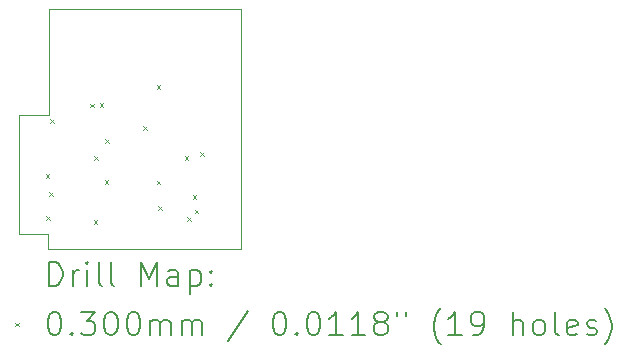
<source format=gbr>
%TF.GenerationSoftware,KiCad,Pcbnew,(6.0.7)*%
%TF.CreationDate,2023-04-20T23:19:42+02:00*%
%TF.ProjectId,gosund-esp-adapter,676f7375-6e64-42d6-9573-702d61646170,rev?*%
%TF.SameCoordinates,Original*%
%TF.FileFunction,Drillmap*%
%TF.FilePolarity,Positive*%
%FSLAX45Y45*%
G04 Gerber Fmt 4.5, Leading zero omitted, Abs format (unit mm)*
G04 Created by KiCad (PCBNEW (6.0.7)) date 2023-04-20 23:19:42*
%MOMM*%
%LPD*%
G01*
G04 APERTURE LIST*
%ADD10C,0.100000*%
%ADD11C,0.200000*%
%ADD12C,0.030000*%
G04 APERTURE END LIST*
D10*
X14084300Y-9677400D02*
X15717520Y-9677400D01*
X14097000Y-7650480D02*
X14097000Y-8549000D01*
X13843000Y-8549000D02*
X13843000Y-9550400D01*
X14084300Y-9550400D02*
X13843000Y-9550400D01*
X15717520Y-9677400D02*
X15717520Y-7650480D01*
X15717520Y-7650480D02*
X14097000Y-7650480D01*
X13843000Y-8549000D02*
X14097000Y-8549000D01*
X14084300Y-9550400D02*
X14084300Y-9677400D01*
D11*
D12*
X14068640Y-9050420D02*
X14098640Y-9080420D01*
X14098640Y-9050420D02*
X14068640Y-9080420D01*
X14069180Y-9405070D02*
X14099180Y-9435070D01*
X14099180Y-9405070D02*
X14069180Y-9435070D01*
X14096650Y-9199480D02*
X14126650Y-9229480D01*
X14126650Y-9199480D02*
X14096650Y-9229480D01*
X14106950Y-8584600D02*
X14136950Y-8614600D01*
X14136950Y-8584600D02*
X14106950Y-8614600D01*
X14445490Y-8452280D02*
X14475490Y-8482280D01*
X14475490Y-8452280D02*
X14445490Y-8482280D01*
X14474500Y-9439580D02*
X14504500Y-9469580D01*
X14504500Y-9439580D02*
X14474500Y-9469580D01*
X14477460Y-8893710D02*
X14507460Y-8923710D01*
X14507460Y-8893710D02*
X14477460Y-8923710D01*
X14525980Y-8446700D02*
X14555980Y-8476700D01*
X14555980Y-8446700D02*
X14525980Y-8476700D01*
X14567370Y-9098340D02*
X14597370Y-9128340D01*
X14597370Y-9098340D02*
X14567370Y-9128340D01*
X14571030Y-8752680D02*
X14601030Y-8782680D01*
X14601030Y-8752680D02*
X14571030Y-8782680D01*
X14894800Y-8641750D02*
X14924800Y-8671750D01*
X14924800Y-8641750D02*
X14894800Y-8671750D01*
X15007010Y-9101900D02*
X15037010Y-9131900D01*
X15037010Y-9101900D02*
X15007010Y-9131900D01*
X15008450Y-8296800D02*
X15038450Y-8326800D01*
X15038450Y-8296800D02*
X15008450Y-8326800D01*
X15017370Y-9319730D02*
X15047370Y-9349730D01*
X15047370Y-9319730D02*
X15017370Y-9349730D01*
X15244290Y-8895320D02*
X15274290Y-8925320D01*
X15274290Y-8895320D02*
X15244290Y-8925320D01*
X15267320Y-9410490D02*
X15297320Y-9440490D01*
X15297320Y-9410490D02*
X15267320Y-9440490D01*
X15310620Y-9227520D02*
X15340620Y-9257520D01*
X15340620Y-9227520D02*
X15310620Y-9257520D01*
X15329150Y-9349340D02*
X15359150Y-9379340D01*
X15359150Y-9349340D02*
X15329150Y-9379340D01*
X15376250Y-8861810D02*
X15406250Y-8891810D01*
X15406250Y-8861810D02*
X15376250Y-8891810D01*
D11*
X14095619Y-9992876D02*
X14095619Y-9792876D01*
X14143238Y-9792876D01*
X14171809Y-9802400D01*
X14190857Y-9821448D01*
X14200381Y-9840495D01*
X14209905Y-9878590D01*
X14209905Y-9907162D01*
X14200381Y-9945257D01*
X14190857Y-9964305D01*
X14171809Y-9983352D01*
X14143238Y-9992876D01*
X14095619Y-9992876D01*
X14295619Y-9992876D02*
X14295619Y-9859543D01*
X14295619Y-9897638D02*
X14305143Y-9878590D01*
X14314667Y-9869067D01*
X14333714Y-9859543D01*
X14352762Y-9859543D01*
X14419428Y-9992876D02*
X14419428Y-9859543D01*
X14419428Y-9792876D02*
X14409905Y-9802400D01*
X14419428Y-9811924D01*
X14428952Y-9802400D01*
X14419428Y-9792876D01*
X14419428Y-9811924D01*
X14543238Y-9992876D02*
X14524190Y-9983352D01*
X14514667Y-9964305D01*
X14514667Y-9792876D01*
X14648000Y-9992876D02*
X14628952Y-9983352D01*
X14619428Y-9964305D01*
X14619428Y-9792876D01*
X14876571Y-9992876D02*
X14876571Y-9792876D01*
X14943238Y-9935733D01*
X15009905Y-9792876D01*
X15009905Y-9992876D01*
X15190857Y-9992876D02*
X15190857Y-9888114D01*
X15181333Y-9869067D01*
X15162286Y-9859543D01*
X15124190Y-9859543D01*
X15105143Y-9869067D01*
X15190857Y-9983352D02*
X15171809Y-9992876D01*
X15124190Y-9992876D01*
X15105143Y-9983352D01*
X15095619Y-9964305D01*
X15095619Y-9945257D01*
X15105143Y-9926210D01*
X15124190Y-9916686D01*
X15171809Y-9916686D01*
X15190857Y-9907162D01*
X15286095Y-9859543D02*
X15286095Y-10059543D01*
X15286095Y-9869067D02*
X15305143Y-9859543D01*
X15343238Y-9859543D01*
X15362286Y-9869067D01*
X15371809Y-9878590D01*
X15381333Y-9897638D01*
X15381333Y-9954781D01*
X15371809Y-9973829D01*
X15362286Y-9983352D01*
X15343238Y-9992876D01*
X15305143Y-9992876D01*
X15286095Y-9983352D01*
X15467048Y-9973829D02*
X15476571Y-9983352D01*
X15467048Y-9992876D01*
X15457524Y-9983352D01*
X15467048Y-9973829D01*
X15467048Y-9992876D01*
X15467048Y-9869067D02*
X15476571Y-9878590D01*
X15467048Y-9888114D01*
X15457524Y-9878590D01*
X15467048Y-9869067D01*
X15467048Y-9888114D01*
D12*
X13808000Y-10307400D02*
X13838000Y-10337400D01*
X13838000Y-10307400D02*
X13808000Y-10337400D01*
D11*
X14133714Y-10212876D02*
X14152762Y-10212876D01*
X14171809Y-10222400D01*
X14181333Y-10231924D01*
X14190857Y-10250971D01*
X14200381Y-10289067D01*
X14200381Y-10336686D01*
X14190857Y-10374781D01*
X14181333Y-10393829D01*
X14171809Y-10403352D01*
X14152762Y-10412876D01*
X14133714Y-10412876D01*
X14114667Y-10403352D01*
X14105143Y-10393829D01*
X14095619Y-10374781D01*
X14086095Y-10336686D01*
X14086095Y-10289067D01*
X14095619Y-10250971D01*
X14105143Y-10231924D01*
X14114667Y-10222400D01*
X14133714Y-10212876D01*
X14286095Y-10393829D02*
X14295619Y-10403352D01*
X14286095Y-10412876D01*
X14276571Y-10403352D01*
X14286095Y-10393829D01*
X14286095Y-10412876D01*
X14362286Y-10212876D02*
X14486095Y-10212876D01*
X14419428Y-10289067D01*
X14448000Y-10289067D01*
X14467048Y-10298590D01*
X14476571Y-10308114D01*
X14486095Y-10327162D01*
X14486095Y-10374781D01*
X14476571Y-10393829D01*
X14467048Y-10403352D01*
X14448000Y-10412876D01*
X14390857Y-10412876D01*
X14371809Y-10403352D01*
X14362286Y-10393829D01*
X14609905Y-10212876D02*
X14628952Y-10212876D01*
X14648000Y-10222400D01*
X14657524Y-10231924D01*
X14667048Y-10250971D01*
X14676571Y-10289067D01*
X14676571Y-10336686D01*
X14667048Y-10374781D01*
X14657524Y-10393829D01*
X14648000Y-10403352D01*
X14628952Y-10412876D01*
X14609905Y-10412876D01*
X14590857Y-10403352D01*
X14581333Y-10393829D01*
X14571809Y-10374781D01*
X14562286Y-10336686D01*
X14562286Y-10289067D01*
X14571809Y-10250971D01*
X14581333Y-10231924D01*
X14590857Y-10222400D01*
X14609905Y-10212876D01*
X14800381Y-10212876D02*
X14819428Y-10212876D01*
X14838476Y-10222400D01*
X14848000Y-10231924D01*
X14857524Y-10250971D01*
X14867048Y-10289067D01*
X14867048Y-10336686D01*
X14857524Y-10374781D01*
X14848000Y-10393829D01*
X14838476Y-10403352D01*
X14819428Y-10412876D01*
X14800381Y-10412876D01*
X14781333Y-10403352D01*
X14771809Y-10393829D01*
X14762286Y-10374781D01*
X14752762Y-10336686D01*
X14752762Y-10289067D01*
X14762286Y-10250971D01*
X14771809Y-10231924D01*
X14781333Y-10222400D01*
X14800381Y-10212876D01*
X14952762Y-10412876D02*
X14952762Y-10279543D01*
X14952762Y-10298590D02*
X14962286Y-10289067D01*
X14981333Y-10279543D01*
X15009905Y-10279543D01*
X15028952Y-10289067D01*
X15038476Y-10308114D01*
X15038476Y-10412876D01*
X15038476Y-10308114D02*
X15048000Y-10289067D01*
X15067048Y-10279543D01*
X15095619Y-10279543D01*
X15114667Y-10289067D01*
X15124190Y-10308114D01*
X15124190Y-10412876D01*
X15219428Y-10412876D02*
X15219428Y-10279543D01*
X15219428Y-10298590D02*
X15228952Y-10289067D01*
X15248000Y-10279543D01*
X15276571Y-10279543D01*
X15295619Y-10289067D01*
X15305143Y-10308114D01*
X15305143Y-10412876D01*
X15305143Y-10308114D02*
X15314667Y-10289067D01*
X15333714Y-10279543D01*
X15362286Y-10279543D01*
X15381333Y-10289067D01*
X15390857Y-10308114D01*
X15390857Y-10412876D01*
X15781333Y-10203352D02*
X15609905Y-10460495D01*
X16038476Y-10212876D02*
X16057524Y-10212876D01*
X16076571Y-10222400D01*
X16086095Y-10231924D01*
X16095619Y-10250971D01*
X16105143Y-10289067D01*
X16105143Y-10336686D01*
X16095619Y-10374781D01*
X16086095Y-10393829D01*
X16076571Y-10403352D01*
X16057524Y-10412876D01*
X16038476Y-10412876D01*
X16019428Y-10403352D01*
X16009905Y-10393829D01*
X16000381Y-10374781D01*
X15990857Y-10336686D01*
X15990857Y-10289067D01*
X16000381Y-10250971D01*
X16009905Y-10231924D01*
X16019428Y-10222400D01*
X16038476Y-10212876D01*
X16190857Y-10393829D02*
X16200381Y-10403352D01*
X16190857Y-10412876D01*
X16181333Y-10403352D01*
X16190857Y-10393829D01*
X16190857Y-10412876D01*
X16324190Y-10212876D02*
X16343238Y-10212876D01*
X16362286Y-10222400D01*
X16371809Y-10231924D01*
X16381333Y-10250971D01*
X16390857Y-10289067D01*
X16390857Y-10336686D01*
X16381333Y-10374781D01*
X16371809Y-10393829D01*
X16362286Y-10403352D01*
X16343238Y-10412876D01*
X16324190Y-10412876D01*
X16305143Y-10403352D01*
X16295619Y-10393829D01*
X16286095Y-10374781D01*
X16276571Y-10336686D01*
X16276571Y-10289067D01*
X16286095Y-10250971D01*
X16295619Y-10231924D01*
X16305143Y-10222400D01*
X16324190Y-10212876D01*
X16581333Y-10412876D02*
X16467048Y-10412876D01*
X16524190Y-10412876D02*
X16524190Y-10212876D01*
X16505143Y-10241448D01*
X16486095Y-10260495D01*
X16467048Y-10270019D01*
X16771809Y-10412876D02*
X16657524Y-10412876D01*
X16714667Y-10412876D02*
X16714667Y-10212876D01*
X16695619Y-10241448D01*
X16676571Y-10260495D01*
X16657524Y-10270019D01*
X16886095Y-10298590D02*
X16867048Y-10289067D01*
X16857524Y-10279543D01*
X16848000Y-10260495D01*
X16848000Y-10250971D01*
X16857524Y-10231924D01*
X16867048Y-10222400D01*
X16886095Y-10212876D01*
X16924190Y-10212876D01*
X16943238Y-10222400D01*
X16952762Y-10231924D01*
X16962286Y-10250971D01*
X16962286Y-10260495D01*
X16952762Y-10279543D01*
X16943238Y-10289067D01*
X16924190Y-10298590D01*
X16886095Y-10298590D01*
X16867048Y-10308114D01*
X16857524Y-10317638D01*
X16848000Y-10336686D01*
X16848000Y-10374781D01*
X16857524Y-10393829D01*
X16867048Y-10403352D01*
X16886095Y-10412876D01*
X16924190Y-10412876D01*
X16943238Y-10403352D01*
X16952762Y-10393829D01*
X16962286Y-10374781D01*
X16962286Y-10336686D01*
X16952762Y-10317638D01*
X16943238Y-10308114D01*
X16924190Y-10298590D01*
X17038476Y-10212876D02*
X17038476Y-10250971D01*
X17114667Y-10212876D02*
X17114667Y-10250971D01*
X17409905Y-10489067D02*
X17400381Y-10479543D01*
X17381333Y-10450971D01*
X17371810Y-10431924D01*
X17362286Y-10403352D01*
X17352762Y-10355733D01*
X17352762Y-10317638D01*
X17362286Y-10270019D01*
X17371810Y-10241448D01*
X17381333Y-10222400D01*
X17400381Y-10193829D01*
X17409905Y-10184305D01*
X17590857Y-10412876D02*
X17476571Y-10412876D01*
X17533714Y-10412876D02*
X17533714Y-10212876D01*
X17514667Y-10241448D01*
X17495619Y-10260495D01*
X17476571Y-10270019D01*
X17686095Y-10412876D02*
X17724190Y-10412876D01*
X17743238Y-10403352D01*
X17752762Y-10393829D01*
X17771810Y-10365257D01*
X17781333Y-10327162D01*
X17781333Y-10250971D01*
X17771810Y-10231924D01*
X17762286Y-10222400D01*
X17743238Y-10212876D01*
X17705143Y-10212876D01*
X17686095Y-10222400D01*
X17676571Y-10231924D01*
X17667048Y-10250971D01*
X17667048Y-10298590D01*
X17676571Y-10317638D01*
X17686095Y-10327162D01*
X17705143Y-10336686D01*
X17743238Y-10336686D01*
X17762286Y-10327162D01*
X17771810Y-10317638D01*
X17781333Y-10298590D01*
X18019429Y-10412876D02*
X18019429Y-10212876D01*
X18105143Y-10412876D02*
X18105143Y-10308114D01*
X18095619Y-10289067D01*
X18076571Y-10279543D01*
X18048000Y-10279543D01*
X18028952Y-10289067D01*
X18019429Y-10298590D01*
X18228952Y-10412876D02*
X18209905Y-10403352D01*
X18200381Y-10393829D01*
X18190857Y-10374781D01*
X18190857Y-10317638D01*
X18200381Y-10298590D01*
X18209905Y-10289067D01*
X18228952Y-10279543D01*
X18257524Y-10279543D01*
X18276571Y-10289067D01*
X18286095Y-10298590D01*
X18295619Y-10317638D01*
X18295619Y-10374781D01*
X18286095Y-10393829D01*
X18276571Y-10403352D01*
X18257524Y-10412876D01*
X18228952Y-10412876D01*
X18409905Y-10412876D02*
X18390857Y-10403352D01*
X18381333Y-10384305D01*
X18381333Y-10212876D01*
X18562286Y-10403352D02*
X18543238Y-10412876D01*
X18505143Y-10412876D01*
X18486095Y-10403352D01*
X18476571Y-10384305D01*
X18476571Y-10308114D01*
X18486095Y-10289067D01*
X18505143Y-10279543D01*
X18543238Y-10279543D01*
X18562286Y-10289067D01*
X18571810Y-10308114D01*
X18571810Y-10327162D01*
X18476571Y-10346210D01*
X18648000Y-10403352D02*
X18667048Y-10412876D01*
X18705143Y-10412876D01*
X18724190Y-10403352D01*
X18733714Y-10384305D01*
X18733714Y-10374781D01*
X18724190Y-10355733D01*
X18705143Y-10346210D01*
X18676571Y-10346210D01*
X18657524Y-10336686D01*
X18648000Y-10317638D01*
X18648000Y-10308114D01*
X18657524Y-10289067D01*
X18676571Y-10279543D01*
X18705143Y-10279543D01*
X18724190Y-10289067D01*
X18800381Y-10489067D02*
X18809905Y-10479543D01*
X18828952Y-10450971D01*
X18838476Y-10431924D01*
X18848000Y-10403352D01*
X18857524Y-10355733D01*
X18857524Y-10317638D01*
X18848000Y-10270019D01*
X18838476Y-10241448D01*
X18828952Y-10222400D01*
X18809905Y-10193829D01*
X18800381Y-10184305D01*
M02*

</source>
